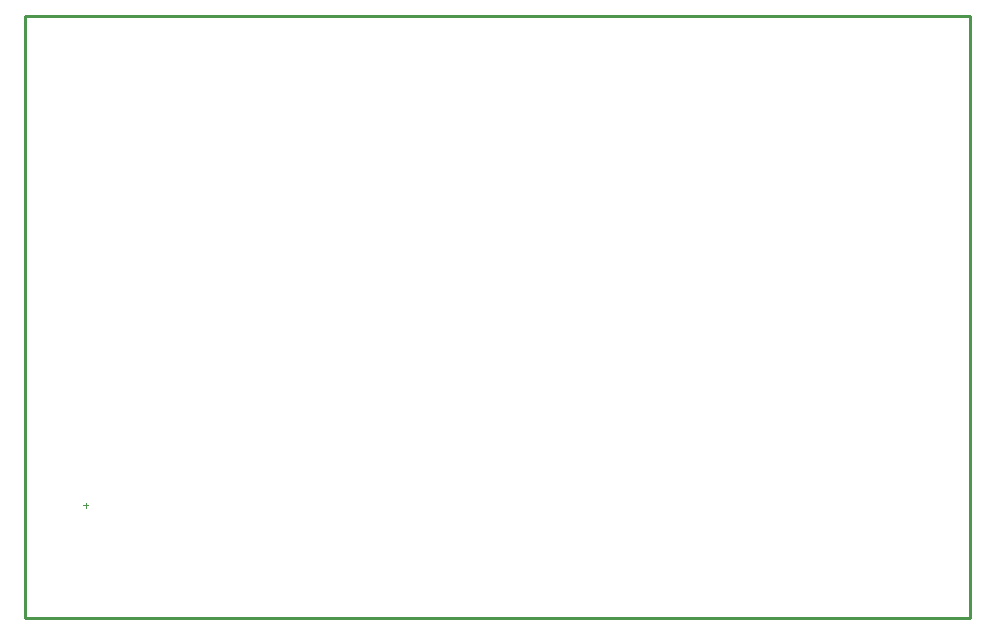
<source format=gko>
%FSLAX25Y25*%
%MOIN*%
G70*
G01*
G75*
G04 Layer_Color=8454143*
%ADD10C,0.03937*%
%ADD11R,0.05315X0.06102*%
%ADD12O,0.07480X0.02362*%
%ADD13O,0.08268X0.01181*%
%ADD14O,0.01181X0.08268*%
%ADD15R,0.04528X0.10630*%
%ADD16R,0.04528X0.05709*%
%ADD17R,0.05118X0.03347*%
%ADD18O,0.23622X0.09843*%
G04:AMPARAMS|DCode=19|XSize=98.43mil|YSize=236.22mil|CornerRadius=0mil|HoleSize=0mil|Usage=FLASHONLY|Rotation=90.000|XOffset=0mil|YOffset=0mil|HoleType=Round|Shape=Octagon|*
%AMOCTAGOND19*
4,1,8,-0.11811,-0.02461,-0.11811,0.02461,-0.09350,0.04921,0.09350,0.04921,0.11811,0.02461,0.11811,-0.02461,0.09350,-0.04921,-0.09350,-0.04921,-0.11811,-0.02461,0.0*
%
%ADD19OCTAGOND19*%

%ADD20R,0.05118X0.05906*%
%ADD21R,0.03347X0.05118*%
%ADD22R,0.09213X0.08600*%
%ADD23R,0.02362X0.04528*%
%ADD24R,0.02362X0.07874*%
%ADD25O,0.02362X0.07874*%
%ADD26R,0.18898X0.20079*%
%ADD27R,0.03937X0.11811*%
%ADD28R,0.07874X0.01575*%
%ADD29R,0.01575X0.03937*%
%ADD30R,0.04724X0.03937*%
%ADD31R,0.05709X0.04528*%
%ADD32C,0.03937*%
%ADD33C,0.00800*%
%ADD34C,0.01500*%
%ADD35C,0.05000*%
%ADD36C,0.02000*%
%ADD37C,0.03000*%
%ADD38C,0.01200*%
%ADD39C,0.01000*%
%ADD40C,0.04000*%
%ADD41C,0.00394*%
%ADD42C,0.05906*%
%ADD43R,0.05906X0.05906*%
%ADD44C,0.04331*%
%ADD45O,0.05000X0.04000*%
%ADD46C,0.05000*%
%ADD47C,0.07087*%
%ADD48C,0.05315*%
%ADD49C,0.06299*%
%ADD50C,0.10630*%
%ADD51R,0.10630X0.10630*%
%ADD52C,0.08661*%
%ADD53C,0.02400*%
%ADD54C,0.03600*%
%ADD55R,0.03937X0.04724*%
%ADD56R,0.04331X0.05512*%
%ADD57R,0.04724X0.03150*%
%ADD58O,0.07874X0.02400*%
%ADD59O,0.07874X0.02402*%
%ADD60R,0.05512X0.04331*%
%ADD61R,0.09055X0.09055*%
%ADD62C,0.02362*%
%ADD63C,0.00984*%
%ADD64C,0.00787*%
%ADD65C,0.01575*%
%ADD66C,0.00700*%
%ADD67R,0.08000X0.01075*%
%ADD68R,0.07284X0.03866*%
%ADD69C,0.05906*%
%ADD70R,0.06115X0.06902*%
%ADD71O,0.08280X0.03162*%
%ADD72O,0.09068X0.01981*%
%ADD73O,0.01981X0.09068*%
%ADD74R,0.05328X0.11430*%
%ADD75R,0.05328X0.06509*%
%ADD76R,0.05918X0.04147*%
%ADD77O,0.24422X0.10642*%
G04:AMPARAMS|DCode=78|XSize=106.42mil|YSize=244.22mil|CornerRadius=0mil|HoleSize=0mil|Usage=FLASHONLY|Rotation=90.000|XOffset=0mil|YOffset=0mil|HoleType=Round|Shape=Octagon|*
%AMOCTAGOND78*
4,1,8,-0.12211,-0.02661,-0.12211,0.02661,-0.09550,0.05321,0.09550,0.05321,0.12211,0.02661,0.12211,-0.02661,0.09550,-0.05321,-0.09550,-0.05321,-0.12211,-0.02661,0.0*
%
%ADD78OCTAGOND78*%

%ADD79R,0.05918X0.06706*%
%ADD80R,0.04147X0.05918*%
%ADD81R,0.10013X0.09400*%
%ADD82R,0.03162X0.05328*%
%ADD83R,0.03162X0.08674*%
%ADD84O,0.03162X0.08674*%
%ADD85R,0.19698X0.20879*%
%ADD86R,0.04737X0.12611*%
%ADD87R,0.08674X0.02375*%
%ADD88R,0.02375X0.04737*%
%ADD89R,0.05524X0.04737*%
%ADD90R,0.06509X0.05328*%
%ADD91C,0.04737*%
%ADD92C,0.06706*%
%ADD93R,0.06706X0.06706*%
%ADD94C,0.05131*%
%ADD95O,0.05800X0.04800*%
%ADD96C,0.05800*%
%ADD97C,0.07887*%
%ADD98C,0.06115*%
%ADD99C,0.07099*%
%ADD100C,0.11430*%
%ADD101R,0.11430X0.11430*%
%ADD102C,0.09461*%
%ADD103C,0.03200*%
%ADD104R,0.04737X0.05524*%
%ADD105R,0.05131X0.06312*%
%ADD106R,0.05524X0.03950*%
%ADD107O,0.08674X0.03200*%
%ADD108O,0.08674X0.03202*%
%ADD109R,0.06312X0.05131*%
%ADD110R,0.09855X0.09855*%
%ADD111C,0.01969*%
D39*
X0Y0D02*
Y200787D01*
X314961D01*
Y0D02*
Y200787D01*
X0Y0D02*
X314961D01*
X0D02*
X314961D01*
Y200787D01*
X0D02*
X314961D01*
X0Y0D02*
Y200787D01*
D41*
X20120Y36906D02*
Y38481D01*
X19332Y37694D02*
X20907D01*
M02*

</source>
